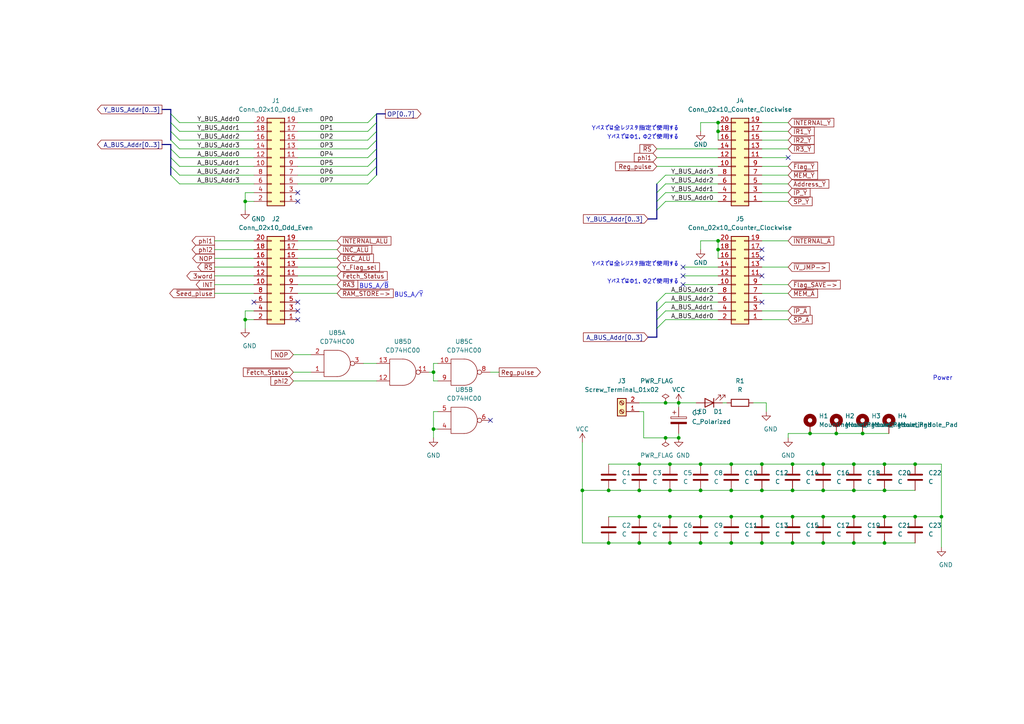
<source format=kicad_sch>
(kicad_sch (version 20211123) (generator eeschema)
  (paper "A4")
  (lib_symbols
    (symbol "CD74HCXX:CD74HC00" (pin_names (offset 0.762))
      (property "Reference" "U" (at -2.54 6.985 0))
      (property "Value" "CD74HC00" (at 1.27 5.08 0))
      (symbol "CD74HC00_0_0"
        (pin power_in line (at -2.54 2.54 0) (length 0) hide (name "VCC") (number "14"))
        (pin power_in line (at -2.54 -2.54 0) (length 0) hide (name "GND") (number "7"))
      )
      (symbol "CD74HC00_0_1"
        (arc (start 0 -3.81) (mid 3.81 0) (end 0 3.81))
        (polyline (pts (xy 0 3.81) (xy -3.81 3.81) (xy -3.81 -3.81) (xy 0 -3.81)))
      )
      (symbol "CD74HC00_0_2"
        (arc (start -4.445 -3.81) (mid -3.175 0) (end -4.445 3.81))
        (arc (start -3.175 -3.81) (mid 0.803 -2.7954) (end 3.81 0))
        (polyline (pts (xy -4.445 -3.81) (xy -3.175 -3.81)))
        (polyline (pts (xy -4.445 3.81) (xy -3.175 3.81)))
        (arc (start 3.81 0) (mid 0.8099 2.8117) (end -3.175 3.81))
      )
      (symbol "CD74HC00_1_1"
        (pin input line (at -7.62 2.54 0) (length 3.81) (name "~") (number "1"))
        (pin input line (at -7.62 -2.54 0) (length 3.81) (name "~") (number "2"))
        (pin output inverted (at 7.62 0 180) (length 3.81) (name "~") (number "3"))
      )
      (symbol "CD74HC00_1_2"
        (pin input inverted (at -7.62 2.54 0) (length 3.81) (name "~") (number "1"))
        (pin input inverted (at -7.62 -2.54 0) (length 3.81) (name "~") (number "2"))
        (pin output line (at 7.62 0 180) (length 3.81) (name "~") (number "3"))
      )
      (symbol "CD74HC00_2_1"
        (pin input line (at -7.62 2.54 0) (length 3.81) (name "~") (number "4"))
        (pin input line (at -7.62 -2.54 0) (length 3.81) (name "~") (number "5"))
        (pin output inverted (at 7.62 0 180) (length 3.81) (name "~") (number "6"))
      )
      (symbol "CD74HC00_2_2"
        (pin input inverted (at -7.62 2.54 0) (length 3.81) (name "~") (number "4"))
        (pin input inverted (at -7.62 -2.54 0) (length 3.81) (name "~") (number "5"))
        (pin output line (at 7.62 0 180) (length 3.81) (name "~") (number "6"))
      )
      (symbol "CD74HC00_3_1"
        (pin input line (at -7.62 -2.54 0) (length 3.81) (name "~") (number "10"))
        (pin output inverted (at 7.62 0 180) (length 3.81) (name "~") (number "8"))
        (pin input line (at -7.62 2.54 0) (length 3.81) (name "~") (number "9"))
      )
      (symbol "CD74HC00_3_2"
        (pin input inverted (at -7.62 -2.54 0) (length 3.81) (name "~") (number "10"))
        (pin output line (at 7.62 0 180) (length 3.81) (name "~") (number "8"))
        (pin input inverted (at -7.62 2.54 0) (length 3.81) (name "~") (number "9"))
      )
      (symbol "CD74HC00_4_1"
        (pin output inverted (at 7.62 0 180) (length 3.81) (name "~") (number "11"))
        (pin input line (at -7.62 2.54 0) (length 3.81) (name "~") (number "12"))
        (pin input line (at -7.62 -2.54 0) (length 3.81) (name "~") (number "13"))
      )
      (symbol "CD74HC00_4_2"
        (pin output line (at 7.62 0 180) (length 3.81) (name "~") (number "11"))
        (pin input inverted (at -7.62 2.54 0) (length 3.81) (name "~") (number "12"))
        (pin input inverted (at -7.62 -2.54 0) (length 3.81) (name "~") (number "13"))
      )
    )
    (symbol "Connector:Screw_Terminal_01x02" (pin_names (offset 1.016) hide)
      (property "Reference" "J" (at 0 2.54 0))
      (property "Value" "Screw_Terminal_01x02" (at 0 -5.08 0))
      (symbol "Screw_Terminal_01x02_1_1"
        (rectangle (start -1.27 1.27) (end 1.27 -3.81) (stroke (width 0.254)) (fill (type background)))
        (circle (center 0 -2.54) (radius 0.635) (stroke (width 0.1524)))
        (polyline (pts (xy -0.5334 -2.2098) (xy 0.3302 -3.048)) (stroke (width 0.1524)))
        (polyline (pts (xy -0.5334 0.3302) (xy 0.3302 -0.508)) (stroke (width 0.1524)))
        (polyline (pts (xy -0.3556 -2.032) (xy 0.508 -2.8702)) (stroke (width 0.1524)))
        (polyline (pts (xy -0.3556 0.508) (xy 0.508 -0.3302)) (stroke (width 0.1524)))
        (circle (center 0 0) (radius 0.635) (stroke (width 0.1524)))
        (pin passive line (at -5.08 0 0) (length 3.81) (name "Pin_1") (number "1"))
        (pin passive line (at -5.08 -2.54 0) (length 3.81) (name "Pin_2") (number "2"))
      )
    )
    (symbol "Connector_Generic:Conn_02x10_Odd_Even" (pin_names (offset 1.016) hide)
      (property "Reference" "J" (at 1.27 12.7 0))
      (property "Value" "Conn_02x10_Odd_Even" (at 1.27 -15.24 0))
      (symbol "Conn_02x10_Odd_Even_1_1"
        (rectangle (start -1.27 -12.573) (end 0 -12.827) (stroke (width 0.1524)))
        (rectangle (start -1.27 -10.033) (end 0 -10.287) (stroke (width 0.1524)))
        (rectangle (start -1.27 -7.493) (end 0 -7.747) (stroke (width 0.1524)))
        (rectangle (start -1.27 -4.953) (end 0 -5.207) (stroke (width 0.1524)))
        (rectangle (start -1.27 -2.413) (end 0 -2.667) (stroke (width 0.1524)))
        (rectangle (start -1.27 0.127) (end 0 -0.127) (stroke (width 0.1524)))
        (rectangle (start -1.27 2.667) (end 0 2.413) (stroke (width 0.1524)))
        (rectangle (start -1.27 5.207) (end 0 4.953) (stroke (width 0.1524)))
        (rectangle (start -1.27 7.747) (end 0 7.493) (stroke (width 0.1524)))
        (rectangle (start -1.27 10.287) (end 0 10.033) (stroke (width 0.1524)))
        (rectangle (start -1.27 11.43) (end 3.81 -13.97) (stroke (width 0.254)) (fill (type background)))
        (rectangle (start 3.81 -12.573) (end 2.54 -12.827) (stroke (width 0.1524)))
        (rectangle (start 3.81 -10.033) (end 2.54 -10.287) (stroke (width 0.1524)))
        (rectangle (start 3.81 -7.493) (end 2.54 -7.747) (stroke (width 0.1524)))
        (rectangle (start 3.81 -4.953) (end 2.54 -5.207) (stroke (width 0.1524)))
        (rectangle (start 3.81 -2.413) (end 2.54 -2.667) (stroke (width 0.1524)))
        (rectangle (start 3.81 0.127) (end 2.54 -0.127) (stroke (width 0.1524)))
        (rectangle (start 3.81 2.667) (end 2.54 2.413) (stroke (width 0.1524)))
        (rectangle (start 3.81 5.207) (end 2.54 4.953) (stroke (width 0.1524)))
        (rectangle (start 3.81 7.747) (end 2.54 7.493) (stroke (width 0.1524)))
        (rectangle (start 3.81 10.287) (end 2.54 10.033) (stroke (width 0.1524)))
        (pin passive line (at -5.08 10.16 0) (length 3.81) (name "Pin_1") (number "1"))
        (pin passive line (at 7.62 0 180) (length 3.81) (name "Pin_10") (number "10"))
        (pin passive line (at -5.08 -2.54 0) (length 3.81) (name "Pin_11") (number "11"))
        (pin passive line (at 7.62 -2.54 180) (length 3.81) (name "Pin_12") (number "12"))
        (pin passive line (at -5.08 -5.08 0) (length 3.81) (name "Pin_13") (number "13"))
        (pin passive line (at 7.62 -5.08 180) (length 3.81) (name "Pin_14") (number "14"))
        (pin passive line (at -5.08 -7.62 0) (length 3.81) (name "Pin_15") (number "15"))
        (pin passive line (at 7.62 -7.62 180) (length 3.81) (name "Pin_16") (number "16"))
        (pin passive line (at -5.08 -10.16 0) (length 3.81) (name "Pin_17") (number "17"))
        (pin passive line (at 7.62 -10.16 180) (length 3.81) (name "Pin_18") (number "18"))
        (pin passive line (at -5.08 -12.7 0) (length 3.81) (name "Pin_19") (number "19"))
        (pin passive line (at 7.62 10.16 180) (length 3.81) (name "Pin_2") (number "2"))
        (pin passive line (at 7.62 -12.7 180) (length 3.81) (name "Pin_20") (number "20"))
        (pin passive line (at -5.08 7.62 0) (length 3.81) (name "Pin_3") (number "3"))
        (pin passive line (at 7.62 7.62 180) (length 3.81) (name "Pin_4") (number "4"))
        (pin passive line (at -5.08 5.08 0) (length 3.81) (name "Pin_5") (number "5"))
        (pin passive line (at 7.62 5.08 180) (length 3.81) (name "Pin_6") (number "6"))
        (pin passive line (at -5.08 2.54 0) (length 3.81) (name "Pin_7") (number "7"))
        (pin passive line (at 7.62 2.54 180) (length 3.81) (name "Pin_8") (number "8"))
        (pin passive line (at -5.08 0 0) (length 3.81) (name "Pin_9") (number "9"))
      )
    )
    (symbol "Device:C" (pin_numbers hide) (pin_names (offset 0.254))
      (property "Reference" "C" (at 0.635 2.54 0))
      (property "Value" "C" (at 0.635 -2.54 0))
      (symbol "C_0_1"
        (polyline (pts (xy -2.032 -0.762) (xy 2.032 -0.762)) (stroke (width 0.508)))
        (polyline (pts (xy -2.032 0.762) (xy 2.032 0.762)) (stroke (width 0.508)))
      )
      (symbol "C_1_1"
        (pin passive line (at 0 3.81 270) (length 2.794) (name "~") (number "1"))
        (pin passive line (at 0 -3.81 90) (length 2.794) (name "~") (number "2"))
      )
    )
    (symbol "Device:C_Polarized" (pin_numbers hide) (pin_names (offset 0.254))
      (property "Reference" "C" (at 0.635 2.54 0))
      (property "Value" "C_Polarized" (at 0.635 -2.54 0))
      (symbol "C_Polarized_0_1"
        (rectangle (start -2.286 0.508) (end 2.286 1.016))
        (polyline (pts (xy -1.778 2.286) (xy -0.762 2.286)))
        (polyline (pts (xy -1.27 2.794) (xy -1.27 1.778)))
        (rectangle (start 2.286 -0.508) (end -2.286 -1.016) (fill (type outline)))
      )
      (symbol "C_Polarized_1_1"
        (pin passive line (at 0 3.81 270) (length 2.794) (name "~") (number "1"))
        (pin passive line (at 0 -3.81 90) (length 2.794) (name "~") (number "2"))
      )
    )
    (symbol "Device:LED" (pin_numbers hide) (pin_names (offset 1.016) hide)
      (property "Reference" "D" (at 0 2.54 0))
      (property "Value" "LED" (at 0 -2.54 0))
      (symbol "LED_0_1"
        (polyline (pts (xy -1.27 -1.27) (xy -1.27 1.27)) (stroke (width 0.254)))
        (polyline (pts (xy -1.27 0) (xy 1.27 0)))
        (polyline (pts (xy 1.27 -1.27) (xy 1.27 1.27) (xy -1.27 0) (xy 1.27 -1.27)) (stroke (width 0.254)))
        (polyline (pts (xy -3.048 -0.762) (xy -4.572 -2.286) (xy -3.81 -2.286) (xy -4.572 -2.286) (xy -4.572 -1.524)))
        (polyline (pts (xy -1.778 -0.762) (xy -3.302 -2.286) (xy -2.54 -2.286) (xy -3.302 -2.286) (xy -3.302 -1.524)))
      )
      (symbol "LED_1_1"
        (pin passive line (at -3.81 0 0) (length 2.54) (name "K") (number "1"))
        (pin passive line (at 3.81 0 180) (length 2.54) (name "A") (number "2"))
      )
    )
    (symbol "Device:R" (pin_numbers hide) (pin_names (offset 0))
      (property "Reference" "R" (at 2.032 0 90))
      (property "Value" "R" (at 0 0 90))
      (symbol "R_0_1"
        (rectangle (start -1.016 -2.54) (end 1.016 2.54) (stroke (width 0.254)))
      )
      (symbol "R_1_1"
        (pin passive line (at 0 3.81 270) (length 1.27) (name "~") (number "1"))
        (pin passive line (at 0 -3.81 90) (length 1.27) (name "~") (number "2"))
      )
    )
    (symbol "Mechanical:MountingHole_Pad" (pin_numbers hide) (pin_names (offset 1.016) hide)
      (property "Reference" "H" (at 0 6.35 0))
      (property "Value" "MountingHole_Pad" (at 0 4.445 0))
      (symbol "MountingHole_Pad_0_1"
        (circle (center 0 1.27) (radius 1.27) (stroke (width 1.27)))
      )
      (symbol "MountingHole_Pad_1_1"
        (pin input line (at 0 -2.54 90) (length 2.54) (name "1") (number "1"))
      )
    )
    (symbol "power:GND" (power) (pin_names (offset 0))
      (property "Value" "GND" (at 0 -3.81 0))
      (symbol "GND_0_1"
        (polyline (pts (xy 0 0) (xy 0 -1.27) (xy 1.27 -1.27) (xy 0 -2.54) (xy -1.27 -1.27) (xy 0 -1.27)))
      )
      (symbol "GND_1_1"
        (pin power_in line (at 0 0 270) (length 0) hide (name "GND") (number "1"))
      )
    )
    (symbol "power:PWR_FLAG" (power) (pin_numbers hide) (pin_names (offset 0) hide)
      (property "Value" "PWR_FLAG" (at 0 3.81 0))
      (symbol "PWR_FLAG_0_0"
        (pin power_out line (at 0 0 90) (length 0) (name "pwr") (number "1"))
      )
      (symbol "PWR_FLAG_0_1"
        (polyline (pts (xy 0 0) (xy 0 1.27) (xy -1.016 1.905) (xy 0 2.54) (xy 1.016 1.905) (xy 0 1.27)))
      )
    )
    (symbol "power:VCC" (power) (pin_names (offset 0))
      (property "Value" "VCC" (at 0 3.81 0))
      (symbol "VCC_0_1"
        (polyline (pts (xy -0.762 1.27) (xy 0 2.54)))
        (polyline (pts (xy 0 0) (xy 0 2.54)))
        (polyline (pts (xy 0 2.54) (xy 0.762 1.27)))
      )
      (symbol "VCC_1_1"
        (pin power_in line (at 0 0 90) (length 0) hide (name "VCC") (number "1"))
      )
    )
  )
  (junction (at 176.53 142.24))
  (junction (at 238.76 149.86))
  (junction (at 247.65 157.48))
  (junction (at 196.85 116.84))
  (junction (at 220.98 134.62))
  (junction (at 212.09 149.86))
  (junction (at 256.54 157.48))
  (junction (at 256.54 142.24))
  (junction (at 220.98 149.86))
  (junction (at 273.05 149.86))
  (junction (at 229.87 142.24))
  (junction (at 194.31 149.86))
  (junction (at 193.04 127))
  (junction (at 247.65 149.86))
  (junction (at 125.73 107.95))
  (junction (at 185.42 142.24))
  (junction (at 185.42 157.48))
  (junction (at 185.42 134.62))
  (junction (at 265.43 149.86))
  (junction (at 256.54 149.86))
  (junction (at 208.28 35.56))
  (junction (at 229.87 149.86))
  (junction (at 229.87 157.48))
  (junction (at 203.2 149.86))
  (junction (at 220.98 142.24))
  (junction (at 238.76 142.24))
  (junction (at 194.31 134.62))
  (junction (at 256.54 134.62))
  (junction (at 220.98 157.48))
  (junction (at 125.73 124.46))
  (junction (at 212.09 157.48))
  (junction (at 247.65 134.62))
  (junction (at 71.12 58.42))
  (junction (at 212.09 142.24))
  (junction (at 247.65 142.24))
  (junction (at 238.76 157.48))
  (junction (at 238.76 134.62))
  (junction (at 193.04 116.84))
  (junction (at 229.87 134.62))
  (junction (at 208.28 69.85))
  (junction (at 234.95 125.73))
  (junction (at 203.2 142.24))
  (junction (at 208.28 72.39))
  (junction (at 196.85 127))
  (junction (at 208.28 38.1))
  (junction (at 265.43 134.62))
  (junction (at 203.2 134.62))
  (junction (at 242.57 125.73))
  (junction (at 185.42 149.86))
  (junction (at 194.31 157.48))
  (junction (at 250.19 125.73))
  (junction (at 194.31 142.24))
  (junction (at 203.2 157.48))
  (junction (at 71.12 92.71))
  (junction (at 176.53 157.48))
  (junction (at 212.09 134.62))
  (junction (at 168.91 142.24))
  (no_connect (at 228.6 45.72))
  (no_connect (at 142.24 121.92))
  (no_connect (at 73.66 87.63))
  (no_connect (at 86.36 87.63))
  (no_connect (at 198.12 77.47))
  (no_connect (at 220.98 72.39))
  (no_connect (at 220.98 74.93))
  (no_connect (at 220.98 80.01))
  (no_connect (at 220.98 87.63))
  (no_connect (at 86.36 58.42))
  (no_connect (at 86.36 55.88))
  (no_connect (at 86.36 92.71))
  (no_connect (at 86.36 90.17))
  (no_connect (at 198.12 80.01))
  (no_connect (at 198.12 82.55))
  (bus_entry (at 106.68 53.34) (size 2.54 -2.54))
  (bus_entry (at 49.53 38.1) (size 2.54 2.54))
  (bus_entry (at 49.53 40.64) (size 2.54 2.54))
  (bus_entry (at 190.5 55.88) (size 2.54 -2.54))
  (bus_entry (at 190.5 92.71) (size 2.54 -2.54))
  (bus_entry (at 106.68 48.26) (size 2.54 -2.54))
  (bus_entry (at 190.5 95.25) (size 2.54 -2.54))
  (bus_entry (at 106.68 45.72) (size 2.54 -2.54))
  (bus_entry (at 190.5 58.42) (size 2.54 -2.54))
  (bus_entry (at 106.68 38.1) (size 2.54 -2.54))
  (bus_entry (at 106.68 43.18) (size 2.54 -2.54))
  (bus_entry (at 49.53 50.8) (size 2.54 2.54))
  (bus_entry (at 190.5 60.96) (size 2.54 -2.54))
  (bus_entry (at 190.5 87.63) (size 2.54 -2.54))
  (bus_entry (at 106.68 40.64) (size 2.54 -2.54))
  (bus_entry (at 49.53 48.26) (size 2.54 2.54))
  (bus_entry (at 190.5 53.34) (size 2.54 -2.54))
  (bus_entry (at 49.53 35.56) (size 2.54 2.54))
  (bus_entry (at 106.68 50.8) (size 2.54 -2.54))
  (bus_entry (at 106.68 35.56) (size 2.54 -2.54))
  (bus_entry (at 190.5 90.17) (size 2.54 -2.54))
  (bus_entry (at 49.53 33.02) (size 2.54 2.54))
  (bus_entry (at 49.53 45.72) (size 2.54 2.54))
  (bus_entry (at 49.53 43.18) (size 2.54 2.54))
  (wire (pts (xy 52.07 35.56) (xy 73.66 35.56)))
  (wire (pts (xy 86.36 38.1) (xy 106.68 38.1)))
  (bus (pts (xy 109.22 35.56) (xy 109.22 33.02)))
  (wire (pts (xy 220.98 149.86) (xy 212.09 149.86)))
  (wire (pts (xy 186.69 119.38) (xy 186.69 127)))
  (wire (pts (xy 193.04 58.42) (xy 208.28 58.42)))
  (wire (pts (xy 193.04 55.88) (xy 208.28 55.88)))
  (wire (pts (xy 220.98 53.34) (xy 228.6 53.34)))
  (bus (pts (xy 49.53 48.26) (xy 49.53 45.72)))
  (wire (pts (xy 86.36 45.72) (xy 106.68 45.72)))
  (wire (pts (xy 193.04 92.71) (xy 208.28 92.71)))
  (bus (pts (xy 109.22 40.64) (xy 109.22 38.1)))
  (bus (pts (xy 190.5 55.88) (xy 190.5 58.42)))
  (bus (pts (xy 190.5 90.17) (xy 190.5 92.71)))
  (wire (pts (xy 185.42 116.84) (xy 193.04 116.84)))
  (wire (pts (xy 238.76 157.48) (xy 247.65 157.48)))
  (wire (pts (xy 212.09 134.62) (xy 220.98 134.62)))
  (bus (pts (xy 190.5 95.25) (xy 190.5 97.79)))
  (wire (pts (xy 168.91 128.27) (xy 168.91 142.24)))
  (bus (pts (xy 109.22 38.1) (xy 109.22 35.56)))
  (wire (pts (xy 203.2 69.85) (xy 203.2 72.39)))
  (wire (pts (xy 220.98 38.1) (xy 228.6 38.1)))
  (bus (pts (xy 49.53 31.75) (xy 49.53 33.02)))
  (wire (pts (xy 194.31 134.62) (xy 203.2 134.62)))
  (wire (pts (xy 97.79 82.55) (xy 86.36 82.55)))
  (wire (pts (xy 247.65 157.48) (xy 256.54 157.48)))
  (wire (pts (xy 265.43 134.62) (xy 273.05 134.62)))
  (bus (pts (xy 109.22 43.18) (xy 109.22 40.64)))
  (wire (pts (xy 190.5 48.26) (xy 208.28 48.26)))
  (wire (pts (xy 52.07 45.72) (xy 73.66 45.72)))
  (wire (pts (xy 208.28 38.1) (xy 208.28 40.64)))
  (wire (pts (xy 168.91 157.48) (xy 176.53 157.48)))
  (wire (pts (xy 220.98 90.17) (xy 228.6 90.17)))
  (wire (pts (xy 196.85 125.73) (xy 196.85 127)))
  (wire (pts (xy 218.44 116.84) (xy 222.25 116.84)))
  (wire (pts (xy 52.07 53.34) (xy 73.66 53.34)))
  (wire (pts (xy 220.98 92.71) (xy 228.6 92.71)))
  (wire (pts (xy 194.31 149.86) (xy 185.42 149.86)))
  (wire (pts (xy 85.09 102.87) (xy 90.17 102.87)))
  (wire (pts (xy 62.23 74.93) (xy 73.66 74.93)))
  (wire (pts (xy 220.98 142.24) (xy 212.09 142.24)))
  (wire (pts (xy 220.98 82.55) (xy 228.6 82.55)))
  (wire (pts (xy 203.2 157.48) (xy 212.09 157.48)))
  (wire (pts (xy 247.65 142.24) (xy 238.76 142.24)))
  (wire (pts (xy 238.76 149.86) (xy 229.87 149.86)))
  (wire (pts (xy 229.87 142.24) (xy 220.98 142.24)))
  (wire (pts (xy 86.36 50.8) (xy 106.68 50.8)))
  (wire (pts (xy 250.19 125.73) (xy 242.57 125.73)))
  (wire (pts (xy 256.54 134.62) (xy 265.43 134.62)))
  (wire (pts (xy 185.42 142.24) (xy 176.53 142.24)))
  (bus (pts (xy 46.99 31.75) (xy 49.53 31.75)))
  (wire (pts (xy 193.04 90.17) (xy 208.28 90.17)))
  (wire (pts (xy 220.98 40.64) (xy 228.6 40.64)))
  (wire (pts (xy 127 119.38) (xy 125.73 119.38)))
  (wire (pts (xy 229.87 134.62) (xy 238.76 134.62)))
  (wire (pts (xy 203.2 149.86) (xy 194.31 149.86)))
  (wire (pts (xy 85.09 110.49) (xy 109.22 110.49)))
  (bus (pts (xy 49.53 40.64) (xy 49.53 38.1)))
  (wire (pts (xy 52.07 48.26) (xy 73.66 48.26)))
  (wire (pts (xy 273.05 149.86) (xy 273.05 158.75)))
  (wire (pts (xy 209.55 116.84) (xy 210.82 116.84)))
  (wire (pts (xy 220.98 50.8) (xy 228.6 50.8)))
  (wire (pts (xy 71.12 60.96) (xy 71.12 58.42)))
  (wire (pts (xy 193.04 85.09) (xy 208.28 85.09)))
  (wire (pts (xy 228.6 125.73) (xy 228.6 127)))
  (bus (pts (xy 190.5 92.71) (xy 190.5 95.25)))
  (wire (pts (xy 125.73 107.95) (xy 125.73 105.41)))
  (wire (pts (xy 190.5 45.72) (xy 208.28 45.72)))
  (bus (pts (xy 190.5 53.34) (xy 190.5 55.88)))
  (wire (pts (xy 105.41 105.41) (xy 109.22 105.41)))
  (bus (pts (xy 49.53 45.72) (xy 49.53 43.18)))
  (wire (pts (xy 176.53 134.62) (xy 185.42 134.62)))
  (wire (pts (xy 194.31 157.48) (xy 203.2 157.48)))
  (bus (pts (xy 109.22 45.72) (xy 109.22 43.18)))
  (wire (pts (xy 193.04 87.63) (xy 208.28 87.63)))
  (wire (pts (xy 52.07 50.8) (xy 73.66 50.8)))
  (wire (pts (xy 193.04 116.84) (xy 196.85 116.84)))
  (wire (pts (xy 193.04 53.34) (xy 208.28 53.34)))
  (wire (pts (xy 220.98 43.18) (xy 228.6 43.18)))
  (wire (pts (xy 265.43 142.24) (xy 256.54 142.24)))
  (wire (pts (xy 176.53 142.24) (xy 168.91 142.24)))
  (wire (pts (xy 193.04 127) (xy 196.85 127)))
  (bus (pts (xy 187.96 97.79) (xy 190.5 97.79)))
  (wire (pts (xy 62.23 69.85) (xy 73.66 69.85)))
  (wire (pts (xy 196.85 116.84) (xy 196.85 118.11)))
  (wire (pts (xy 229.87 157.48) (xy 238.76 157.48)))
  (wire (pts (xy 125.73 110.49) (xy 125.73 107.95)))
  (wire (pts (xy 222.25 116.84) (xy 222.25 119.38)))
  (wire (pts (xy 125.73 119.38) (xy 125.73 124.46)))
  (wire (pts (xy 71.12 90.17) (xy 73.66 90.17)))
  (wire (pts (xy 273.05 149.86) (xy 265.43 149.86)))
  (wire (pts (xy 247.65 149.86) (xy 238.76 149.86)))
  (wire (pts (xy 212.09 149.86) (xy 203.2 149.86)))
  (wire (pts (xy 62.23 72.39) (xy 73.66 72.39)))
  (wire (pts (xy 238.76 134.62) (xy 247.65 134.62)))
  (wire (pts (xy 203.2 35.56) (xy 203.2 38.1)))
  (wire (pts (xy 198.12 80.01) (xy 208.28 80.01)))
  (bus (pts (xy 190.5 58.42) (xy 190.5 60.96)))
  (wire (pts (xy 97.79 69.85) (xy 86.36 69.85)))
  (bus (pts (xy 46.99 41.91) (xy 49.53 41.91)))
  (wire (pts (xy 220.98 134.62) (xy 229.87 134.62)))
  (bus (pts (xy 109.22 48.26) (xy 109.22 45.72)))
  (bus (pts (xy 109.22 33.02) (xy 111.76 33.02)))
  (wire (pts (xy 220.98 55.88) (xy 228.6 55.88)))
  (wire (pts (xy 62.23 82.55) (xy 73.66 82.55)))
  (wire (pts (xy 97.79 85.09) (xy 86.36 85.09)))
  (wire (pts (xy 212.09 157.48) (xy 220.98 157.48)))
  (wire (pts (xy 238.76 142.24) (xy 229.87 142.24)))
  (wire (pts (xy 86.36 43.18) (xy 106.68 43.18)))
  (wire (pts (xy 185.42 157.48) (xy 194.31 157.48)))
  (wire (pts (xy 256.54 149.86) (xy 247.65 149.86)))
  (wire (pts (xy 273.05 134.62) (xy 273.05 149.86)))
  (wire (pts (xy 203.2 142.24) (xy 194.31 142.24)))
  (wire (pts (xy 62.23 80.01) (xy 73.66 80.01)))
  (wire (pts (xy 62.23 77.47) (xy 73.66 77.47)))
  (wire (pts (xy 242.57 125.73) (xy 234.95 125.73)))
  (wire (pts (xy 247.65 134.62) (xy 256.54 134.62)))
  (wire (pts (xy 203.2 134.62) (xy 212.09 134.62)))
  (wire (pts (xy 125.73 124.46) (xy 125.73 127)))
  (wire (pts (xy 97.79 72.39) (xy 86.36 72.39)))
  (bus (pts (xy 109.22 50.8) (xy 109.22 48.26)))
  (wire (pts (xy 71.12 95.25) (xy 71.12 92.71)))
  (wire (pts (xy 257.81 125.73) (xy 250.19 125.73)))
  (wire (pts (xy 86.36 48.26) (xy 106.68 48.26)))
  (wire (pts (xy 229.87 149.86) (xy 220.98 149.86)))
  (wire (pts (xy 86.36 35.56) (xy 106.68 35.56)))
  (wire (pts (xy 52.07 38.1) (xy 73.66 38.1)))
  (wire (pts (xy 185.42 149.86) (xy 176.53 149.86)))
  (wire (pts (xy 71.12 92.71) (xy 73.66 92.71)))
  (bus (pts (xy 190.5 60.96) (xy 190.5 63.5)))
  (wire (pts (xy 220.98 35.56) (xy 228.6 35.56)))
  (wire (pts (xy 86.36 40.64) (xy 106.68 40.64)))
  (wire (pts (xy 256.54 149.86) (xy 265.43 149.86)))
  (wire (pts (xy 52.07 43.18) (xy 73.66 43.18)))
  (wire (pts (xy 194.31 142.24) (xy 185.42 142.24)))
  (wire (pts (xy 144.78 107.95) (xy 142.24 107.95)))
  (wire (pts (xy 127 110.49) (xy 125.73 110.49)))
  (wire (pts (xy 220.98 85.09) (xy 228.6 85.09)))
  (wire (pts (xy 220.98 58.42) (xy 228.6 58.42)))
  (wire (pts (xy 208.28 69.85) (xy 208.28 72.39)))
  (wire (pts (xy 220.98 45.72) (xy 228.6 45.72)))
  (wire (pts (xy 85.09 107.95) (xy 90.17 107.95)))
  (wire (pts (xy 52.07 40.64) (xy 73.66 40.64)))
  (wire (pts (xy 208.28 35.56) (xy 208.28 38.1)))
  (wire (pts (xy 212.09 142.24) (xy 203.2 142.24)))
  (wire (pts (xy 176.53 157.48) (xy 185.42 157.48)))
  (wire (pts (xy 97.79 74.93) (xy 86.36 74.93)))
  (wire (pts (xy 208.28 72.39) (xy 208.28 74.93)))
  (bus (pts (xy 49.53 43.18) (xy 49.53 41.91)))
  (wire (pts (xy 190.5 43.18) (xy 208.28 43.18)))
  (bus (pts (xy 49.53 38.1) (xy 49.53 35.56)))
  (wire (pts (xy 193.04 50.8) (xy 208.28 50.8)))
  (wire (pts (xy 185.42 134.62) (xy 194.31 134.62)))
  (wire (pts (xy 198.12 77.47) (xy 208.28 77.47)))
  (wire (pts (xy 208.28 69.85) (xy 203.2 69.85)))
  (wire (pts (xy 220.98 77.47) (xy 228.6 77.47)))
  (wire (pts (xy 124.46 107.95) (xy 125.73 107.95)))
  (wire (pts (xy 201.93 116.84) (xy 196.85 116.84)))
  (wire (pts (xy 220.98 48.26) (xy 228.6 48.26)))
  (wire (pts (xy 185.42 119.38) (xy 186.69 119.38)))
  (wire (pts (xy 71.12 92.71) (xy 71.12 90.17)))
  (wire (pts (xy 86.36 53.34) (xy 106.68 53.34)))
  (wire (pts (xy 186.69 127) (xy 193.04 127)))
  (wire (pts (xy 256.54 157.48) (xy 265.43 157.48)))
  (wire (pts (xy 71.12 55.88) (xy 73.66 55.88)))
  (wire (pts (xy 125.73 124.46) (xy 127 124.46)))
  (wire (pts (xy 220.98 157.48) (xy 229.87 157.48)))
  (wire (pts (xy 97.79 77.47) (xy 86.36 77.47)))
  (bus (pts (xy 190.5 87.63) (xy 190.5 90.17)))
  (wire (pts (xy 220.98 69.85) (xy 228.6 69.85)))
  (wire (pts (xy 71.12 58.42) (xy 71.12 55.88)))
  (wire (pts (xy 62.23 85.09) (xy 73.66 85.09)))
  (bus (pts (xy 49.53 35.56) (xy 49.53 33.02)))
  (wire (pts (xy 198.12 82.55) (xy 208.28 82.55)))
  (wire (pts (xy 256.54 142.24) (xy 247.65 142.24)))
  (bus (pts (xy 187.96 63.5) (xy 190.5 63.5)))
  (wire (pts (xy 168.91 142.24) (xy 168.91 157.48)))
  (wire (pts (xy 71.12 58.42) (xy 73.66 58.42)))
  (wire (pts (xy 234.95 125.73) (xy 228.6 125.73)))
  (wire (pts (xy 97.79 80.01) (xy 86.36 80.01)))
  (wire (pts (xy 208.28 35.56) (xy 203.2 35.56)))
  (wire (pts (xy 125.73 105.41) (xy 127 105.41)))
  (bus (pts (xy 49.53 50.8) (xy 49.53 48.26)))
  (text "YバスではΦ1，Φ2で使用する" (at 196.85 82.55 180) (effects (font (size 1.27 1.27)) (justify right bottom)))
  (text "YバスではΦ1，Φ2で使用する" (at 196.85 40.64 180) (effects (font (size 1.27 1.27)) (justify right bottom)))
  (text "Power" (at 270.51 110.49 0) (effects (font (size 1.27 1.27)) (justify left bottom)))
  (text "BUS_A/~{B}" (at 104.14 83.82 0) (effects (font (size 1.27 1.27)) (justify left bottom)))
  (text "BUS_A/~{Y}" (at 114.3 86.36 0) (effects (font (size 1.27 1.27)) (justify left bottom)))
  (text "Yバスでは全レジスタ指定で使用する" (at 196.85 77.47 180) (effects (font (size 1.27 1.27)) (justify right bottom)))
  (text "Yバスでは全レジスタ指定で使用する" (at 196.85 38.1 180) (effects (font (size 1.27 1.27)) (justify right bottom)))
  (label "OP3" (at 92.71 43.18 0))
  (label "A_BUS_Addr0" (at 57.15 45.72 0))
  (label "OP4" (at 92.71 45.72 0))
  (label "OP6" (at 92.71 50.8 0))
  (label "Y_BUS_Addr1" (at 57.15 38.1 0))
  (label "Y_BUS_Addr3" (at 207.01 50.8 180))
  (label "OP1" (at 92.71 38.1 0))
  (label "A_BUS_Addr2" (at 207.01 87.63 180))
  (label "OP5" (at 92.71 48.26 0))
  (label "Y_BUS_Addr0" (at 207.01 58.42 180))
  (label "A_BUS_Addr0" (at 207.01 92.71 180))
  (label "A_BUS_Addr2" (at 57.15 50.8 0))
  (label "Y_BUS_Addr1" (at 207.01 55.88 180))
  (label "A_BUS_Addr1" (at 57.15 48.26 0))
  (label "A_BUS_Addr1" (at 207.01 90.17 180))
  (label "OP0" (at 92.71 35.56 0))
  (label "OP2" (at 92.71 40.64 0))
  (label "Y_BUS_Addr2" (at 207.01 53.34 180))
  (label "Y_BUS_Addr3" (at 57.15 43.18 0))
  (label "Y_BUS_Addr0" (at 57.15 35.56 0))
  (label "OP7" (at 92.71 53.34 0))
  (label "A_BUS_Addr3" (at 207.01 85.09 180))
  (label "Y_BUS_Addr2" (at 57.15 40.64 0))
  (label "A_BUS_Addr3" (at 57.15 53.34 0))
  (global_label "~{IR2_Y}" (shape input) (at 228.6 40.64 0) (property "Intersheet References" "${INTERSHEET_REFS}" (effects hide)))
  (global_label "Reg_pulse" (shape input) (at 190.5 48.26 180) (property "Intersheet References" "${INTERSHEET_REFS}" (effects hide)))
  (global_label "phi1" (shape input) (at 190.5 45.72 180) (property "Intersheet References" "${INTERSHEET_REFS}" (effects hide)))
  (global_label "Y_BUS_Addr[0..3]" (shape input) (at 187.96 63.5 180) (property "Intersheet References" "${INTERSHEET_REFS}" (effects hide)))
  (global_label "~{RA3}" (shape input) (at 97.79 82.55 0) (property "Intersheet References" "${INTERSHEET_REFS}" (effects hide)))
  (global_label "A_BUS_Addr[0..3]" (shape input) (at 187.96 97.79 180) (property "Intersheet References" "${INTERSHEET_REFS}" (effects hide)))
  (global_label "~{IP_Y}" (shape input) (at 228.6 55.88 0) (property "Intersheet References" "${INTERSHEET_REFS}" (effects hide)))
  (global_label "INT" (shape output) (at 62.23 82.55 180) (property "Intersheet References" "${INTERSHEET_REFS}" (effects hide)))
  (global_label "~{MEM_Y}" (shape input) (at 228.6 50.8 0) (property "Intersheet References" "${INTERSHEET_REFS}" (effects hide)))
  (global_label "~{Seed_pluse}" (shape output) (at 62.23 85.09 180) (property "Intersheet References" "${INTERSHEET_REFS}" (effects hide)))
  (global_label "~{Address_Y}" (shape input) (at 228.6 53.34 0) (property "Intersheet References" "${INTERSHEET_REFS}" (effects hide)))
  (global_label "NOP" (shape input) (at 85.09 102.87 180) (property "Intersheet References" "${INTERSHEET_REFS}" (effects hide)))
  (global_label "~{IR3_Y}" (shape input) (at 228.6 43.18 0) (property "Intersheet References" "${INTERSHEET_REFS}" (effects hide)))
  (global_label "~{Fetch_Status}" (shape input) (at 97.79 80.01 0) (property "Intersheet References" "${INTERSHEET_REFS}" (effects hide)))
  (global_label "~{SP_Y}" (shape input) (at 228.6 58.42 0) (property "Intersheet References" "${INTERSHEET_REFS}" (effects hide)))
  (global_label "~{IV_JMP->}" (shape input) (at 228.6 77.47 0) (property "Intersheet References" "${INTERSHEET_REFS}" (effects hide)))
  (global_label "A_BUS_Addr[0..3]" (shape output) (at 46.99 41.91 180) (property "Intersheet References" "${INTERSHEET_REFS}" (effects hide)))
  (global_label "~{Flag_Y}" (shape input) (at 228.6 48.26 0) (property "Intersheet References" "${INTERSHEET_REFS}" (effects hide)))
  (global_label "Reg_pulse" (shape output) (at 144.78 107.95 0) (property "Intersheet References" "${INTERSHEET_REFS}" (effects hide)))
  (global_label "~{INC_ALU}" (shape input) (at 97.79 72.39 0) (property "Intersheet References" "${INTERSHEET_REFS}" (effects hide)))
  (global_label "~{MEM_A}" (shape input) (at 228.6 85.09 0) (property "Intersheet References" "${INTERSHEET_REFS}" (effects hide)))
  (global_label "Y_Flag_sel" (shape input) (at 97.79 77.47 0) (property "Intersheet References" "${INTERSHEET_REFS}" (effects hide)))
  (global_label "phi2" (shape input) (at 85.09 110.49 180) (property "Intersheet References" "${INTERSHEET_REFS}" (effects hide)))
  (global_label "~{INTERNAL_Y}" (shape input) (at 228.6 35.56 0) (property "Intersheet References" "${INTERSHEET_REFS}" (effects hide)))
  (global_label "~{IR1_Y}" (shape input) (at 228.6 38.1 0) (property "Intersheet References" "${INTERSHEET_REFS}" (effects hide)))
  (global_label "~{SP_A}" (shape input) (at 228.6 92.71 0) (property "Intersheet References" "${INTERSHEET_REFS}" (effects hide)))
  (global_label "~{IP_A}" (shape input) (at 228.6 90.17 0) (property "Intersheet References" "${INTERSHEET_REFS}" (effects hide)))
  (global_label "phi2" (shape output) (at 62.23 72.39 180) (property "Intersheet References" "${INTERSHEET_REFS}" (effects hide)))
  (global_label "~{RS}" (shape output) (at 62.23 77.47 180) (property "Intersheet References" "${INTERSHEET_REFS}" (effects hide)))
  (global_label "~{Flag_SAVE->}" (shape input) (at 228.6 82.55 0) (property "Intersheet References" "${INTERSHEET_REFS}" (effects hide)))
  (global_label "~{INTERNAL_ALU}" (shape input) (at 97.79 69.85 0) (property "Intersheet References" "${INTERSHEET_REFS}" (effects hide)))
  (global_label "3word" (shape output) (at 62.23 80.01 180) (property "Intersheet References" "${INTERSHEET_REFS}" (effects hide)))
  (global_label "NOP" (shape output) (at 62.23 74.93 180) (property "Intersheet References" "${INTERSHEET_REFS}" (effects hide)))
  (global_label "OP[0..7]" (shape output) (at 111.76 33.02 0) (property "Intersheet References" "${INTERSHEET_REFS}" (effects hide)))
  (global_label "~{RAM_STORE->}" (shape input) (at 97.79 85.09 0) (property "Intersheet References" "${INTERSHEET_REFS}" (effects hide)))
  (global_label "~{INTERNAL_A}" (shape input) (at 228.6 69.85 0) (property "Intersheet References" "${INTERSHEET_REFS}" (effects hide)))
  (global_label "phi1" (shape output) (at 62.23 69.85 180) (property "Intersheet References" "${INTERSHEET_REFS}" (effects hide)))
  (global_label "~{RS}" (shape input) (at 190.5 43.18 180) (property "Intersheet References" "${INTERSHEET_REFS}" (effects hide)))
  (global_label "~{Fetch_Status}" (shape input) (at 85.09 107.95 180) (property "Intersheet References" "${INTERSHEET_REFS}" (effects hide)))
  (global_label "~{DEC_ALU}" (shape input) (at 97.79 74.93 0) (property "Intersheet References" "${INTERSHEET_REFS}" (effects hide)))
  (global_label "Y_BUS_Addr[0..3]" (shape output) (at 46.99 31.75 180) (property "Intersheet References" "${INTERSHEET_REFS}" (effects hide)))
  (symbol (lib_id "power:PWR_FLAG") (at 193.04 127 180) (unit 1)
    (property "Reference" "#FLG02" (effects hide))
    (property "Value" "PWR_FLAG" (at 190.5 132.08 0))
  )
  (symbol (lib_id "power:GND") (at 228.6 127 0) (unit 1)
    (property "Reference" "#PWR010" (effects hide))
    (property "Value" "GND" (at 228.6 132.08 0))
  )
  (symbol (lib_id "Mechanical:MountingHole_Pad") (at 242.57 123.19 0) (unit 1)
    (property "Reference" "H2" (at 245.11 120.6499 0) (effects (justify left)))
    (property "Value" "MountingHole_Pad" (at 245.11 123.1899 0) (effects (justify left)))
    (property "Footprint" "MountingHole:MountingHole_3mm_Pad" (effects hide))
  )
  (symbol (lib_id "Device:C") (at 194.31 138.43 0) (unit 1)
    (property "Reference" "C5" (at 198.12 137.1599 0) (effects (justify left)))
    (property "Value" "C" (at 198.12 139.6999 0) (effects (justify left)))
    (property "Footprint" "Capacitor_THT:C_Disc_D7.5mm_W2.5mm_P5.00mm" (effects hide))
  )
  (symbol (lib_id "Device:C") (at 256.54 138.43 0) (unit 1)
    (property "Reference" "C20" (at 260.35 137.1599 0) (effects (justify left)))
    (property "Value" "C" (at 260.35 139.6999 0) (effects (justify left)))
    (property "Footprint" "Capacitor_THT:C_Disc_D7.5mm_W2.5mm_P5.00mm" (effects hide))
  )
  (symbol (lib_id "Device:C") (at 247.65 138.43 0) (unit 1)
    (property "Reference" "C18" (at 251.46 137.1599 0) (effects (justify left)))
    (property "Value" "C" (at 251.46 139.6999 0) (effects (justify left)))
    (property "Footprint" "Capacitor_THT:C_Disc_D7.5mm_W2.5mm_P5.00mm" (effects hide))
  )
  (symbol (lib_id "power:VCC") (at 168.91 128.27 0) (mirror y) (unit 1)
    (property "Reference" "#PWR04" (effects hide))
    (property "Value" "VCC" (at 168.91 124.46 0))
  )
  (symbol (lib_id "Device:C") (at 185.42 153.67 0) (unit 1)
    (property "Reference" "C4" (at 189.23 152.3999 0) (effects (justify left)))
    (property "Value" "C" (at 189.23 154.9399 0) (effects (justify left)))
    (property "Footprint" "Capacitor_THT:C_Disc_D7.5mm_W2.5mm_P5.00mm" (effects hide))
  )
  (symbol (lib_id "Connector_Generic:Conn_02x10_Odd_Even") (at 81.28 82.55 180) (unit 1)
    (property "Reference" "J2" (at 80.01 63.5 0))
    (property "Value" "Conn_02x10_Odd_Even" (at 80.01 66.04 0))
    (property "Footprint" "Connector_PinHeader_2.54mm:PinHeader_2x10_P2.54mm_Horizontal" (effects hide))
  )
  (symbol (lib_id "power:GND") (at 273.05 158.75 0) (unit 1)
    (property "Reference" "#PWR011" (effects hide))
    (property "Value" "GND" (at 274.32 163.83 0))
  )
  (symbol (lib_id "Device:LED") (at 205.74 116.84 180) (unit 1)
    (property "Reference" "D1" (at 208.28 119.38 0))
    (property "Value" "LED" (at 203.2 119.38 0))
    (property "Footprint" "LED_THT:LED_D3.0mm" (effects hide))
  )
  (symbol (lib_id "Device:C") (at 194.31 153.67 0) (unit 1)
    (property "Reference" "C6" (at 198.12 152.3999 0) (effects (justify left)))
    (property "Value" "C" (at 198.12 154.9399 0) (effects (justify left)))
    (property "Footprint" "Capacitor_THT:C_Disc_D7.5mm_W2.5mm_P5.00mm" (effects hide))
  )
  (symbol (lib_id "Connector:Screw_Terminal_01x02") (at 180.34 119.38 180) (unit 1)
    (property "Reference" "J3" (at 180.34 110.49 0))
    (property "Value" "Screw_Terminal_01x02" (at 180.34 113.03 0))
    (property "Footprint" "TerminalBlock:TerminalBlock_bornier-2_P5.08mm" (effects hide))
  )
  (symbol (lib_id "power:GND") (at 125.73 127 0) (unit 1)
    (property "Reference" "#PWR03" (effects hide))
    (property "Value" "GND" (at 125.73 132.08 0))
  )
  (symbol (lib_id "Device:C") (at 185.42 138.43 0) (unit 1)
    (property "Reference" "C3" (at 189.23 137.1599 0) (effects (justify left)))
    (property "Value" "C" (at 189.23 139.6999 0) (effects (justify left)))
    (property "Footprint" "Capacitor_THT:C_Disc_D7.5mm_W2.5mm_P5.00mm" (effects hide))
  )
  (symbol (lib_id "Device:C") (at 220.98 153.67 0) (unit 1)
    (property "Reference" "C13" (at 224.79 152.3999 0) (effects (justify left)))
    (property "Value" "C" (at 224.79 154.9399 0) (effects (justify left)))
    (property "Footprint" "Capacitor_THT:C_Disc_D7.5mm_W2.5mm_P5.00mm" (effects hide))
  )
  (symbol (lib_id "Connector_Generic:Conn_02x10_Odd_Even") (at 81.28 48.26 180) (unit 1)
    (property "Reference" "J1" (at 80.01 29.21 0))
    (property "Value" "Conn_02x10_Odd_Even" (at 80.01 31.75 0))
    (property "Footprint" "Connector_PinHeader_2.54mm:PinHeader_2x10_P2.54mm_Horizontal" (effects hide))
  )
  (symbol (lib_id "Device:C") (at 238.76 138.43 0) (unit 1)
    (property "Reference" "C16" (at 242.57 137.1599 0) (effects (justify left)))
    (property "Value" "C" (at 242.57 139.6999 0) (effects (justify left)))
    (property "Footprint" "Capacitor_THT:C_Disc_D7.5mm_W2.5mm_P5.00mm" (effects hide))
  )
  (symbol (lib_id "power:GND") (at 196.85 127 0) (unit 1)
    (property "Reference" "#PWR06" (effects hide))
    (property "Value" "GND" (at 198.12 132.08 0))
  )
  (symbol (lib_id "Device:C") (at 212.09 138.43 0) (unit 1)
    (property "Reference" "C10" (at 215.9 137.1599 0) (effects (justify left)))
    (property "Value" "C" (at 215.9 139.6999 0) (effects (justify left)))
    (property "Footprint" "Capacitor_THT:C_Disc_D7.5mm_W2.5mm_P5.00mm" (effects hide))
  )
  (symbol (lib_id "Device:R") (at 214.63 116.84 90) (unit 1)
    (property "Reference" "R1" (at 214.63 110.49 90))
    (property "Value" "R" (at 214.63 113.03 90))
    (property "Footprint" "Resistor_SMD:R_0603_1608Metric_Pad0.98x0.95mm_HandSolder" (effects hide))
  )
  (symbol (lib_id "power:GND") (at 203.2 38.1 0) (unit 1)
    (property "Reference" "#PWR07" (effects hide))
    (property "Value" "GND" (at 203.2 41.91 0))
  )
  (symbol (lib_id "power:PWR_FLAG") (at 193.04 116.84 0) (unit 1)
    (property "Reference" "#FLG01" (effects hide))
    (property "Value" "PWR_FLAG" (at 190.5 110.49 0))
  )
  (symbol (lib_id "CD74HCXX:CD74HC00") (at 97.79 105.41 0) (mirror x) (unit 1)
    (property "Reference" "U85" (at 97.79 96.52 0))
    (property "Value" "CD74HC00" (at 97.79 99.06 0))
    (property "Footprint" "Package_DIP:DIP-14_W7.62mm" (effects hide))
  )
  (symbol (lib_id "Device:C") (at 238.76 153.67 0) (unit 1)
    (property "Reference" "C17" (at 242.57 152.3999 0) (effects (justify left)))
    (property "Value" "C" (at 242.57 154.9399 0) (effects (justify left)))
    (property "Footprint" "Capacitor_THT:C_Disc_D7.5mm_W2.5mm_P5.00mm" (effects hide))
  )
  (symbol (lib_id "CD74HCXX:CD74HC00") (at 134.62 121.92 0) (mirror x) (unit 2)
    (property "Reference" "U85" (at 134.62 113.03 0))
    (property "Value" "CD74HC00" (at 134.62 115.57 0))
    (property "Footprint" "Package_DIP:DIP-14_W7.62mm" (effects hide))
  )
  (symbol (lib_id "Device:C") (at 220.98 138.43 0) (unit 1)
    (property "Reference" "C12" (at 224.79 137.1599 0) (effects (justify left)))
    (property "Value" "C" (at 224.79 139.6999 0) (effects (justify left)))
    (property "Footprint" "Capacitor_THT:C_Disc_D7.5mm_W2.5mm_P5.00mm" (effects hide))
  )
  (symbol (lib_id "power:GND") (at 203.2 72.39 0) (unit 1)
    (property "Reference" "#PWR08" (effects hide))
    (property "Value" "GND" (at 203.2 76.2 0))
  )
  (symbol (lib_id "power:GND") (at 71.12 95.25 0) (unit 1)
    (property "Reference" "#PWR02" (effects hide))
    (property "Value" "GND" (at 72.39 100.33 0))
  )
  (symbol (lib_id "Device:C") (at 247.65 153.67 0) (unit 1)
    (property "Reference" "C19" (at 251.46 152.3999 0) (effects (justify left)))
    (property "Value" "C" (at 251.46 154.9399 0) (effects (justify left)))
    (property "Footprint" "Capacitor_THT:C_Disc_D7.5mm_W2.5mm_P5.00mm" (effects hide))
  )
  (symbol (lib_id "Mechanical:MountingHole_Pad") (at 257.81 123.19 0) (unit 1)
    (property "Reference" "H4" (at 260.35 120.6499 0) (effects (justify left)))
    (property "Value" "MountingHole_Pad" (at 260.35 123.1899 0) (effects (justify left)))
    (property "Footprint" "MountingHole:MountingHole_3mm_Pad" (effects hide))
  )
  (symbol (lib_id "power:VCC") (at 196.85 116.84 0) (mirror y) (unit 1)
    (property "Reference" "#PWR05" (effects hide))
    (property "Value" "VCC" (at 196.85 113.03 0))
  )
  (symbol (lib_id "Device:C") (at 265.43 153.67 0) (unit 1)
    (property "Reference" "C23" (at 269.24 152.3999 0) (effects (justify left)))
    (property "Value" "C" (at 269.24 154.9399 0) (effects (justify left)))
    (property "Footprint" "Capacitor_THT:C_Disc_D7.5mm_W2.5mm_P5.00mm" (effects hide))
  )
  (symbol (lib_id "Device:C_Polarized") (at 196.85 121.92 0) (unit 1)
    (property "Reference" "C7" (at 200.66 119.7609 0) (effects (justify left)))
    (property "Value" "C_Polarized" (at 200.66 122.3009 0) (effects (justify left)))
    (property "Footprint" "Capacitor_THT:CP_Radial_D5.0mm_P2.50mm" (effects hide))
  )
  (symbol (lib_id "Device:C") (at 212.09 153.67 0) (unit 1)
    (property "Reference" "C11" (at 215.9 152.3999 0) (effects (justify left)))
    (property "Value" "C" (at 215.9 154.9399 0) (effects (justify left)))
    (property "Footprint" "Capacitor_THT:C_Disc_D7.5mm_W2.5mm_P5.00mm" (effects hide))
  )
  (symbol (lib_id "CD74HCXX:CD74HC00") (at 116.84 107.95 0) (mirror x) (unit 4)
    (property "Reference" "U85" (at 116.84 99.06 0))
    (property "Value" "CD74HC00" (at 116.84 101.6 0))
    (property "Footprint" "Package_DIP:DIP-14_W7.62mm" (effects hide))
  )
  (symbol (lib_id "Device:C") (at 229.87 138.43 0) (unit 1)
    (property "Reference" "C14" (at 233.68 137.1599 0) (effects (justify left)))
    (property "Value" "C" (at 233.68 139.6999 0) (effects (justify left)))
    (property "Footprint" "Capacitor_THT:C_Disc_D7.5mm_W2.5mm_P5.00mm" (effects hide))
  )
  (symbol (lib_id "Device:C") (at 176.53 138.43 0) (unit 1)
    (property "Reference" "C1" (at 180.34 137.1599 0) (effects (justify left)))
    (property "Value" "C" (at 180.34 139.6999 0) (effects (justify left)))
    (property "Footprint" "Capacitor_THT:C_Disc_D7.5mm_W2.5mm_P5.00mm" (effects hide))
  )
  (symbol (lib_id "Connector_Generic:Conn_02x10_Odd_Even") (at 215.9 82.55 180) (unit 1)
    (property "Reference" "J5" (at 214.63 63.5 0))
    (property "Value" "Conn_02x10_Counter_Clockwise" (at 214.63 66.04 0))
    (property "Footprint" "Connector_PinHeader_2.54mm:PinHeader_2x10_P2.54mm_Horizontal" (effects hide))
  )
  (symbol (lib_id "Mechanical:MountingHole_Pad") (at 234.95 123.19 0) (unit 1)
    (property "Reference" "H1" (at 237.49 120.6499 0) (effects (justify left)))
    (property "Value" "MountingHole_Pad" (at 237.49 123.1899 0) (effects (justify left)))
    (property "Footprint" "MountingHole:MountingHole_3mm_Pad" (effects hide))
  )
  (symbol (lib_id "Connector_Generic:Conn_02x10_Odd_Even") (at 215.9 48.26 180) (unit 1)
    (property "Reference" "J4" (at 214.63 29.21 0))
    (property "Value" "Conn_02x10_Counter_Clockwise" (at 214.63 31.75 0))
    (property "Footprint" "Connector_PinHeader_2.54mm:PinHeader_2x10_P2.54mm_Horizontal" (effects hide))
  )
  (symbol (lib_id "Device:C") (at 176.53 153.67 0) (unit 1)
    (property "Reference" "C2" (at 180.34 152.3999 0) (effects (justify left)))
    (property "Value" "C" (at 180.34 154.9399 0) (effects (justify left)))
    (property "Footprint" "Capacitor_THT:C_Disc_D7.5mm_W2.5mm_P5.00mm" (effects hide))
  )
  (symbol (lib_id "Device:C") (at 203.2 138.43 0) (unit 1)
    (property "Reference" "C8" (at 207.01 137.1599 0) (effects (justify left)))
    (property "Value" "C" (at 207.01 139.6999 0) (effects (justify left)))
    (property "Footprint" "Capacitor_THT:C_Disc_D7.5mm_W2.5mm_P5.00mm" (effects hide))
  )
  (symbol (lib_id "Device:C") (at 203.2 153.67 0) (unit 1)
    (property "Reference" "C9" (at 207.01 152.3999 0) (effects (justify left)))
    (property "Value" "C" (at 207.01 154.9399 0) (effects (justify left)))
    (property "Footprint" "Capacitor_THT:C_Disc_D7.5mm_W2.5mm_P5.00mm" (effects hide))
  )
  (symbol (lib_id "Device:C") (at 229.87 153.67 0) (unit 1)
    (property "Reference" "C15" (at 233.68 152.3999 0) (effects (justify left)))
    (property "Value" "C" (at 233.68 154.9399 0) (effects (justify left)))
    (property "Footprint" "Capacitor_THT:C_Disc_D7.5mm_W2.5mm_P5.00mm" (effects hide))
  )
  (symbol (lib_id "Mechanical:MountingHole_Pad") (at 250.19 123.19 0) (unit 1)
    (property "Reference" "H3" (at 252.73 120.6499 0) (effects (justify left)))
    (property "Value" "MountingHole_Pad" (at 252.73 123.1899 0) (effects (justify left)))
    (property "Footprint" "MountingHole:MountingHole_3mm_Pad" (effects hide))
  )
  (symbol (lib_id "power:GND") (at 71.12 60.96 0) (unit 1)
    (property "Reference" "#PWR01" (effects hide))
    (property "Value" "GND" (at 74.93 63.5 0))
  )
  (symbol (lib_id "Device:C") (at 265.43 138.43 0) (unit 1)
    (property "Reference" "C22" (at 269.24 137.1599 0) (effects (justify left)))
    (property "Value" "C" (at 269.24 139.6999 0) (effects (justify left)))
    (property "Footprint" "Capacitor_THT:C_Disc_D7.5mm_W2.5mm_P5.00mm" (effects hide))
  )
  (symbol (lib_id "power:GND") (at 222.25 119.38 0) (unit 1)
    (property "Reference" "#PWR09" (effects hide))
    (property "Value" "GND" (at 223.52 124.46 0))
  )
  (symbol (lib_id "Device:C") (at 256.54 153.67 0) (unit 1)
    (property "Reference" "C21" (at 260.35 152.3999 0) (effects (justify left)))
    (property "Value" "C" (at 260.35 154.9399 0) (effects (justify left)))
    (property "Footprint" "Capacitor_THT:C_Disc_D7.5mm_W2.5mm_P5.00mm" (effects hide))
  )
  (symbol (lib_id "CD74HCXX:CD74HC00") (at 134.62 107.95 0) (mirror x) (unit 3)
    (property "Reference" "U85" (at 134.62 99.06 0))
    (property "Value" "CD74HC00" (at 134.62 101.6 0))
    (property "Footprint" "Package_DIP:DIP-14_W7.62mm" (effects hide))
  )
)
</source>
